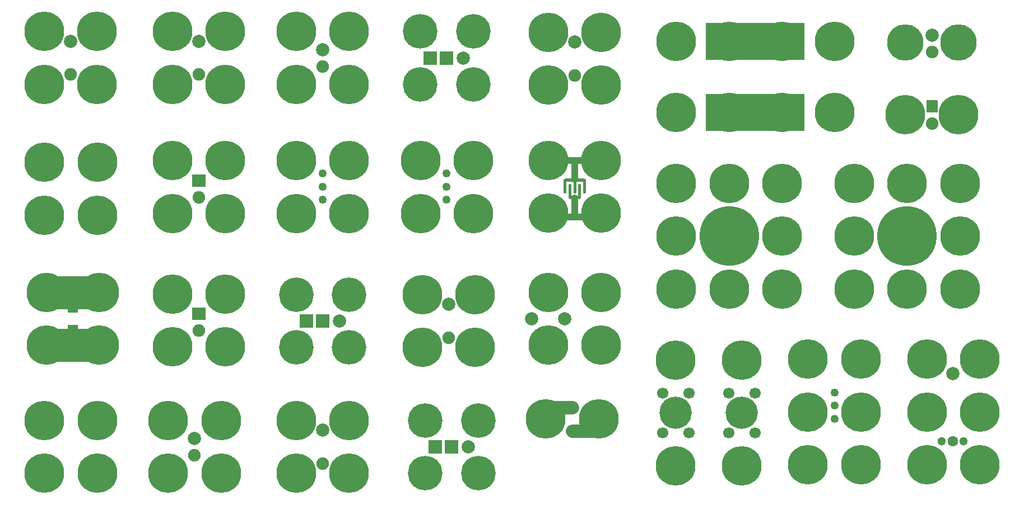
<source format=gtl>
G04 #@! TF.FileFunction,Copper,L1,Top,Signal*
%FSLAX46Y46*%
G04 Gerber Fmt 4.6, Leading zero omitted, Abs format (unit mm)*
G04 Created by KiCad (PCBNEW 4.0.1-3.201512221402+6198~38~ubuntu14.04.1-stable) date Thu 03 Mar 2016 09:20:13 PM PST*
%MOMM*%
G01*
G04 APERTURE LIST*
%ADD10C,0.100000*%
%ADD11C,1.000000*%
%ADD12C,0.400000*%
%ADD13C,5.000000*%
%ADD14C,2.000000*%
%ADD15C,2.000000*%
%ADD16C,1.900000*%
%ADD17C,6.000000*%
%ADD18R,15.000000X5.560000*%
%ADD19R,3.000000X0.500000*%
%ADD20R,1.800000X0.500000*%
%ADD21C,1.250000*%
%ADD22C,1.300000*%
%ADD23C,1.600000*%
%ADD24R,2.000000X2.000000*%
%ADD25C,5.230000*%
%ADD26R,1.800000X1.900000*%
%ADD27R,2.000000X1.900000*%
%ADD28C,9.000000*%
%ADD29R,1.600000X1.500000*%
%ADD30R,1.400000X1.500000*%
%ADD31R,1.400000X1.400000*%
%ADD32C,5.500000*%
%ADD33C,1.700000*%
%ADD34C,4.880000*%
G04 APERTURE END LIST*
D10*
D11*
X157586000Y-67366000D02*
X149486000Y-67366000D01*
D12*
X152786000Y-71116000D02*
X152786000Y-72866000D01*
X155036000Y-70366000D02*
X155036000Y-72116000D01*
X154286000Y-72866000D02*
X154286000Y-71116000D01*
X153536000Y-70366000D02*
X153536000Y-72116000D01*
X152036000Y-70366000D02*
X152036000Y-72116000D01*
D11*
X153586000Y-67366000D02*
X153586000Y-70266000D01*
X153586000Y-73066000D02*
X153586000Y-75966000D01*
X157586000Y-75966000D02*
X149486000Y-75966000D01*
D13*
X73716000Y-87366000D02*
X81716000Y-87366000D01*
X73716000Y-95366000D02*
X81716000Y-95366000D01*
D14*
X153215000Y-104842000D02*
X149015000Y-104842000D01*
X157415000Y-108342000D02*
X153215000Y-108342000D01*
D15*
X134536000Y-89141000D03*
D16*
X134536000Y-94221000D03*
D17*
X130536000Y-95681000D03*
X130536000Y-87681000D03*
X138536000Y-87681000D03*
X138536000Y-95681000D03*
X184905000Y-60130000D03*
X176905000Y-60130000D03*
X168905000Y-60130000D03*
X192905000Y-60130000D03*
D18*
X180837000Y-60130000D03*
D15*
X147086000Y-91366000D03*
X152086000Y-91366000D03*
D17*
X149586000Y-95366000D03*
X157586000Y-95366000D03*
X157586000Y-87366000D03*
X149586000Y-87366000D03*
D19*
X153536000Y-70366000D03*
D20*
X153536000Y-73001000D03*
D17*
X157586000Y-75366000D03*
X157586000Y-67366000D03*
X149586000Y-67366000D03*
X149586000Y-75366000D03*
D15*
X153586000Y-49461000D03*
D16*
X153586000Y-54541000D03*
D17*
X149586000Y-56001000D03*
X149586000Y-48001000D03*
X157586000Y-48001000D03*
X157586000Y-56001000D03*
D15*
X115491000Y-108191000D03*
D16*
X115491000Y-113271000D03*
D17*
X111491000Y-114731000D03*
X111491000Y-106731000D03*
X119491000Y-106731000D03*
X119491000Y-114731000D03*
X138271000Y-67431000D03*
D21*
X134221000Y-71356000D03*
X134221000Y-69356000D03*
X134221000Y-73356000D03*
D17*
X138271000Y-75431000D03*
X130271000Y-67431000D03*
X130271000Y-75431000D03*
X188834000Y-97464000D03*
X196834000Y-113464000D03*
D21*
X192834000Y-104514000D03*
X192834000Y-102514000D03*
X192834000Y-106514000D03*
D17*
X196834000Y-97464000D03*
X188834000Y-113464000D03*
X188834000Y-105464000D03*
X196834000Y-105464000D03*
D15*
X115491000Y-50606000D03*
D16*
X115491000Y-53146000D03*
D17*
X111491000Y-55876000D03*
X111491000Y-47876000D03*
X119491000Y-47876000D03*
X119491000Y-55876000D03*
X119491000Y-67431000D03*
D21*
X115441000Y-71356000D03*
X115441000Y-69356000D03*
X115441000Y-73356000D03*
D17*
X119491000Y-75431000D03*
X111491000Y-67431000D03*
X111491000Y-75431000D03*
D22*
X212377000Y-109889000D03*
D23*
X210727000Y-109889000D03*
D22*
X209077000Y-109889000D03*
D15*
X210727000Y-99689000D03*
D17*
X214802000Y-97464000D03*
X214802000Y-113464000D03*
X206802000Y-113464000D03*
X206802000Y-105464000D03*
X206802000Y-97464000D03*
X214802000Y-105464000D03*
D24*
X134221000Y-51876000D03*
D25*
X130221000Y-55876000D03*
X130221000Y-47876000D03*
X138221000Y-47876000D03*
X138221000Y-55876000D03*
D24*
X131721000Y-51876000D03*
D15*
X136721000Y-51876000D03*
D17*
X81401000Y-106731000D03*
X73401000Y-106731000D03*
X81401000Y-114731000D03*
X73401000Y-114731000D03*
X81401000Y-67681000D03*
X73401000Y-67681000D03*
X81401000Y-75681000D03*
X73401000Y-75681000D03*
D15*
X96131000Y-109461000D03*
D16*
X96131000Y-112001000D03*
D17*
X92131000Y-114731000D03*
X92131000Y-106731000D03*
X100131000Y-106731000D03*
X100131000Y-114731000D03*
D26*
X207571000Y-59190000D03*
D16*
X207558800Y-61790000D03*
D17*
X211571000Y-60490000D03*
X203571000Y-60490000D03*
D24*
X134983000Y-110731000D03*
D25*
X130983000Y-114731000D03*
X130983000Y-106731000D03*
X138983000Y-106731000D03*
X138983000Y-114731000D03*
D24*
X132483000Y-110731000D03*
D15*
X137483000Y-110731000D03*
D24*
X115496000Y-91681000D03*
D25*
X111496000Y-95681000D03*
X111496000Y-87681000D03*
X119496000Y-87681000D03*
X119496000Y-95681000D03*
D24*
X112996000Y-91681000D03*
D15*
X117996000Y-91681000D03*
D17*
X184905000Y-49400000D03*
X176905000Y-49400000D03*
X168905000Y-49400000D03*
X192905000Y-49400000D03*
D18*
X180837000Y-49400000D03*
D27*
X96761000Y-70431000D03*
D16*
X96761000Y-72971000D03*
D17*
X92761000Y-75431000D03*
X92761000Y-67431000D03*
X100761000Y-67431000D03*
X100761000Y-75431000D03*
D15*
X77396000Y-49376000D03*
D16*
X77396000Y-54376000D03*
D17*
X73396000Y-55876000D03*
X73396000Y-47876000D03*
X81396000Y-47876000D03*
X81396000Y-55876000D03*
D15*
X96761000Y-49376000D03*
D16*
X96761000Y-54376000D03*
D17*
X92761000Y-55876000D03*
X92761000Y-47876000D03*
X100761000Y-47876000D03*
X100761000Y-55876000D03*
D27*
X96761000Y-90621000D03*
D16*
X96761000Y-93161000D03*
D17*
X92761000Y-95621000D03*
X92761000Y-87621000D03*
X100761000Y-87621000D03*
X100761000Y-95621000D03*
D28*
X176905000Y-78860000D03*
D17*
X184905000Y-70860000D03*
X168905000Y-70860000D03*
X176905000Y-70860000D03*
X184905000Y-78860000D03*
X184905000Y-86860000D03*
X176905000Y-86860000D03*
X168905000Y-78860000D03*
X168905000Y-86860000D03*
D28*
X203825000Y-78860000D03*
D17*
X211825000Y-70860000D03*
X195825000Y-70860000D03*
X203825000Y-70860000D03*
X211825000Y-78860000D03*
X211825000Y-86860000D03*
X203825000Y-86860000D03*
X195825000Y-78860000D03*
X195825000Y-86860000D03*
D29*
X77716000Y-89656000D03*
D17*
X73716000Y-95366000D03*
X73716000Y-87366000D03*
X81716000Y-87366000D03*
X81716000Y-95366000D03*
D29*
X77716000Y-93076000D03*
D30*
X153215000Y-104832000D03*
D17*
X149215000Y-106542000D03*
X157215000Y-106542000D03*
D31*
X153215000Y-108252000D03*
D15*
X207561000Y-48407000D03*
D16*
X207561000Y-50947000D03*
D32*
X203561000Y-49527000D03*
X211561000Y-49527000D03*
D33*
X170848200Y-102594600D03*
X170848200Y-108594600D03*
X166848200Y-102594600D03*
X166848200Y-108594600D03*
D34*
X168834000Y-105588000D03*
D17*
X168834000Y-113588000D03*
X168834000Y-97588000D03*
D33*
X180848200Y-102594600D03*
X180848200Y-108594600D03*
X176848200Y-102594600D03*
X176848200Y-108594600D03*
D34*
X178834000Y-105588000D03*
D17*
X178834000Y-113588000D03*
X178834000Y-97588000D03*
M02*

</source>
